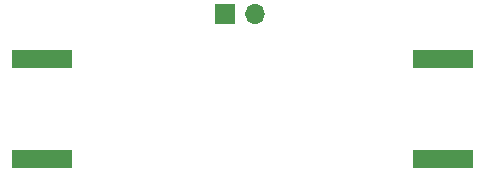
<source format=gbr>
%TF.GenerationSoftware,KiCad,Pcbnew,(5.99.0-7233-g6a28d6af27)*%
%TF.CreationDate,2021-07-20T18:44:52+02:00*%
%TF.ProjectId,lna,6c6e612e-6b69-4636-9164-5f7063625858,rev?*%
%TF.SameCoordinates,Original*%
%TF.FileFunction,Soldermask,Bot*%
%TF.FilePolarity,Negative*%
%FSLAX46Y46*%
G04 Gerber Fmt 4.6, Leading zero omitted, Abs format (unit mm)*
G04 Created by KiCad (PCBNEW (5.99.0-7233-g6a28d6af27)) date 2021-07-20 18:44:52*
%MOMM*%
%LPD*%
G01*
G04 APERTURE LIST*
%ADD10R,5.080000X1.500000*%
%ADD11R,1.700000X1.700000*%
%ADD12O,1.700000X1.700000*%
G04 APERTURE END LIST*
D10*
%TO.C,J3*%
X162000000Y-99250000D03*
X162000000Y-90750000D03*
%TD*%
D11*
%TO.C,J2*%
X143500000Y-87000000D03*
D12*
X146040000Y-87000000D03*
%TD*%
D10*
%TO.C,J1*%
X128000000Y-99250000D03*
X128000000Y-90750000D03*
%TD*%
M02*

</source>
